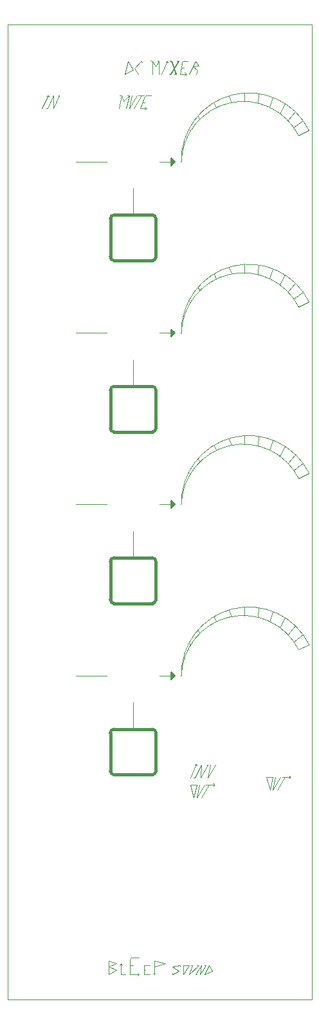
<source format=gto>
G04 #@! TF.GenerationSoftware,KiCad,Pcbnew,(6.0.0)*
G04 #@! TF.CreationDate,2022-07-06T17:44:35+01:00*
G04 #@! TF.ProjectId,Basic-DC-mixer,42617369-632d-4444-932d-6d697865722e,rev?*
G04 #@! TF.SameCoordinates,Original*
G04 #@! TF.FileFunction,Legend,Top*
G04 #@! TF.FilePolarity,Positive*
%FSLAX46Y46*%
G04 Gerber Fmt 4.6, Leading zero omitted, Abs format (unit mm)*
G04 Created by KiCad (PCBNEW (6.0.0)) date 2022-07-06 17:44:35*
%MOMM*%
%LPD*%
G01*
G04 APERTURE LIST*
%ADD10C,0.120000*%
%ADD11C,0.400000*%
%ADD12C,0.150000*%
G04 #@! TA.AperFunction,Profile*
%ADD13C,0.050000*%
G04 #@! TD*
%ADD14C,0.100000*%
%ADD15O,6.700000X4.200000*%
G04 APERTURE END LIST*
D10*
X86900000Y-145300000D02*
X86900000Y-146700000D01*
X88100000Y-146700000D02*
X89300000Y-146700000D01*
X85300000Y-146700000D02*
X86300000Y-146100000D01*
X86300000Y-146100000D02*
X85300000Y-145700000D01*
X86900000Y-146700000D02*
X87500000Y-146700000D01*
X88500000Y-144500000D02*
X89300000Y-144500000D01*
X89900000Y-146700000D02*
X90700000Y-146700000D01*
X91300000Y-144900000D02*
X92700000Y-145300000D01*
X88100000Y-144900000D02*
X88100000Y-146700000D01*
X88100000Y-145500000D02*
X88500000Y-145500000D01*
X89900000Y-145500000D02*
X89900000Y-146700000D01*
X91100000Y-146500000D02*
X91300000Y-146700000D01*
X89900000Y-145500000D02*
X90700000Y-145500000D01*
X91300000Y-146700000D02*
X91300000Y-146500000D01*
X91300000Y-144900000D02*
X91300000Y-146700000D01*
X92700000Y-145300000D02*
X91300000Y-145700000D01*
X89900000Y-146100000D02*
X90100000Y-146100000D01*
X85300000Y-145700000D02*
X86300000Y-145300000D01*
X91300000Y-146700000D02*
X91500000Y-146500000D01*
X85300000Y-144900000D02*
X85300000Y-146700000D01*
X86300000Y-145300000D02*
X85300000Y-144900000D01*
X98100000Y-145500000D02*
X97900000Y-145500000D01*
X93700000Y-146700000D02*
X93700000Y-146500000D01*
X95100000Y-145500000D02*
X95100000Y-146700000D01*
X96300000Y-145500000D02*
X95900000Y-146700000D01*
X95900000Y-146700000D02*
X97100000Y-145500000D01*
X98500000Y-145500000D02*
X97900000Y-146700000D01*
X98500000Y-145500000D02*
X98900000Y-146300000D01*
X94700000Y-145500000D02*
X94700000Y-145700000D01*
X86900000Y-145300000D02*
X86700000Y-145500000D01*
X86900000Y-145300000D02*
X87100000Y-145500000D01*
X97500000Y-145500000D02*
X97300000Y-146700000D01*
X88500000Y-144500000D02*
G75*
G03*
X88100000Y-144900000I-1J-399999D01*
G01*
X94500000Y-146300000D02*
X93700000Y-146700000D01*
X89300000Y-146700000D02*
X89100000Y-146500000D01*
X89300000Y-146700000D02*
X89100000Y-146900000D01*
X93700000Y-145700000D02*
X94500000Y-146300000D01*
X95900000Y-145500000D02*
X95100000Y-145500000D01*
X97300000Y-146700000D02*
X98100000Y-145500000D01*
X97500000Y-145500000D02*
X96700000Y-146700000D01*
X96300000Y-145500000D02*
X96100000Y-145500000D01*
X96700000Y-146700000D02*
X96900000Y-146700000D01*
X97100000Y-145500000D02*
X96900000Y-145500000D01*
X95100000Y-146700000D02*
X95900000Y-145500000D01*
X97900000Y-146700000D02*
X98900000Y-146300000D01*
X94700000Y-145500000D02*
X93700000Y-145700000D01*
X88500000Y-43500000D02*
X88500000Y-47000000D01*
X108100000Y-120800000D02*
X108800000Y-120800000D01*
X106500000Y-122500000D02*
X106000000Y-120800000D01*
X106000000Y-120800000D02*
X106900000Y-120800000D01*
X107200000Y-120800000D02*
X106900000Y-122500000D01*
X106900000Y-122500000D02*
X107900000Y-120800000D01*
X106900000Y-120800000D02*
X106500000Y-122500000D01*
X108500000Y-120800000D02*
X107500000Y-122500000D01*
X77300000Y-31300000D02*
X77100000Y-31400000D01*
X77200000Y-33000000D02*
X78000000Y-31300000D01*
X77200000Y-33000000D02*
X77100000Y-33000000D01*
X78000000Y-31300000D02*
X78000000Y-33000000D01*
X77300000Y-31300000D02*
X77400000Y-31500000D01*
X78000000Y-33000000D02*
X78800000Y-31300000D01*
X76500000Y-33000000D02*
X77300000Y-31300000D01*
X78800000Y-31300000D02*
X78700000Y-31300000D01*
X106455151Y-32854115D02*
X106841985Y-31599148D01*
X110281985Y-104069148D02*
G75*
G03*
X94841985Y-107599148I-7281985J-3680852D01*
G01*
X109200000Y-120800000D02*
X109100000Y-121000000D01*
X103141985Y-99599148D02*
X103141985Y-98499148D01*
X95841985Y-103299148D02*
X96041985Y-103499148D01*
X96900000Y-121800000D02*
X96500000Y-123500000D01*
X81000000Y-107500000D02*
X85000000Y-107500000D01*
X110281985Y-81569148D02*
G75*
G03*
X94841985Y-85099148I-7281985J-3680852D01*
G01*
X103141985Y-32099148D02*
X103141985Y-30999148D01*
X106455151Y-77854115D02*
X106841985Y-76599148D01*
X104941985Y-54799148D02*
X105041985Y-53599148D01*
X98300000Y-119200000D02*
X97425000Y-120900000D01*
X104941985Y-99799148D02*
X105041985Y-98599148D01*
D11*
X85500000Y-47500000D02*
X85500000Y-52500000D01*
D10*
X96500000Y-123500000D02*
X96000000Y-121800000D01*
X88000000Y-33000000D02*
X89000000Y-31300000D01*
X110281985Y-104069148D02*
X111655151Y-103404115D01*
X111655151Y-35904115D02*
G75*
G03*
X94841985Y-40099148I-7949575J-3929148D01*
G01*
X96700000Y-26800000D02*
X95900000Y-28500000D01*
D11*
X91500000Y-47500000D02*
G75*
G03*
X91000000Y-47000000I-500001J-1D01*
G01*
D10*
X87950000Y-31300000D02*
X87250000Y-32050000D01*
X97100000Y-27400000D02*
X96400000Y-27500000D01*
X104941985Y-77299148D02*
X105041985Y-76099148D01*
X96000000Y-121800000D02*
X96900000Y-121800000D01*
D11*
X91500000Y-92500000D02*
G75*
G03*
X91000000Y-92000000I-500001J-1D01*
G01*
X85500000Y-70000000D02*
X85500000Y-75000000D01*
D12*
X94000000Y-62500000D02*
X93500000Y-63000000D01*
X93500000Y-63000000D02*
X93500000Y-62000000D01*
X93500000Y-62000000D02*
X94000000Y-62500000D01*
G36*
X94000000Y-62500000D02*
G01*
X93500000Y-63000000D01*
X93500000Y-62000000D01*
X94000000Y-62500000D01*
G37*
X94000000Y-62500000D02*
X93500000Y-63000000D01*
X93500000Y-62000000D01*
X94000000Y-62500000D01*
D11*
X91500000Y-47500000D02*
X91500000Y-52500000D01*
D10*
X99441985Y-55399148D02*
X99141985Y-54799148D01*
X89550000Y-26800000D02*
X88700000Y-27750000D01*
X93000000Y-26800000D02*
X93100000Y-27000000D01*
D11*
X86000000Y-114500000D02*
G75*
G03*
X85500000Y-115000000I1J-500001D01*
G01*
D10*
X98800000Y-121800000D02*
X99200000Y-121800000D01*
D11*
X86000000Y-69500000D02*
X91000000Y-69500000D01*
D10*
X87950000Y-31300000D02*
X87550000Y-33000000D01*
X88500000Y-88500000D02*
X88500000Y-92000000D01*
D11*
X86000000Y-114500000D02*
X91000000Y-114500000D01*
D10*
X93000000Y-26800000D02*
X92800000Y-26900000D01*
X94000000Y-107500000D02*
X92000000Y-107500000D01*
X87800000Y-26800000D02*
X87400000Y-28500000D01*
X87950000Y-31300000D02*
X87750000Y-31300000D01*
D11*
X85500000Y-52500000D02*
G75*
G03*
X86000000Y-53000000I500001J1D01*
G01*
D10*
X108865151Y-79564115D02*
X109805151Y-78434115D01*
D11*
X91500000Y-70000000D02*
X91500000Y-75000000D01*
D10*
X89550000Y-26800000D02*
X89650000Y-26900000D01*
X91000000Y-26800000D02*
X91000000Y-28500000D01*
X101441985Y-54699148D02*
X101141985Y-53899148D01*
X110281985Y-36569148D02*
G75*
G03*
X94841985Y-40099148I-7281985J-3680852D01*
G01*
X103141985Y-54599148D02*
X103141985Y-53499148D01*
X92200000Y-28500000D02*
X93000000Y-26800000D01*
X87250000Y-32050000D02*
X86950000Y-31300000D01*
X108865151Y-57064115D02*
X109805151Y-55934115D01*
D11*
X91000000Y-98000000D02*
X86000000Y-98000000D01*
D10*
X99441985Y-100399148D02*
X99141985Y-99799148D01*
X107791985Y-56149148D02*
X108475151Y-54874115D01*
X89750000Y-32200000D02*
X90050000Y-32200000D01*
X90250000Y-33000000D02*
X90050000Y-32800000D01*
X81000000Y-40000000D02*
X85000000Y-40000000D01*
D11*
X86000000Y-69500000D02*
G75*
G03*
X85500000Y-70000000I1J-500001D01*
G01*
D10*
X96800000Y-119100000D02*
X96600000Y-119200000D01*
X101441985Y-32199148D02*
X101141985Y-31399148D01*
X90250000Y-33000000D02*
X90050000Y-33200000D01*
X90450000Y-31300000D02*
X90850000Y-31300000D01*
X110281985Y-36569148D02*
X111655151Y-35904115D01*
X101441985Y-99699148D02*
X101141985Y-98899148D01*
D11*
X86000000Y-92000000D02*
X91000000Y-92000000D01*
D10*
X91500000Y-27500000D02*
X91000000Y-26800000D01*
X98500000Y-121800000D02*
X97500000Y-123500000D01*
X97041985Y-101499148D02*
X97241985Y-101899148D01*
D12*
X94000000Y-40000000D02*
X93500000Y-40500000D01*
X93500000Y-40500000D02*
X93500000Y-39500000D01*
X93500000Y-39500000D02*
X94000000Y-40000000D01*
G36*
X94000000Y-40000000D02*
G01*
X93500000Y-40500000D01*
X93500000Y-39500000D01*
X94000000Y-40000000D01*
G37*
X94000000Y-40000000D02*
X93500000Y-40500000D01*
X93500000Y-39500000D01*
X94000000Y-40000000D01*
D10*
X109200000Y-120800000D02*
X109100000Y-120600000D01*
X99200000Y-121800000D02*
X99100000Y-122000000D01*
D11*
X91000000Y-120500000D02*
X86000000Y-120500000D01*
D10*
X111655151Y-103404115D02*
G75*
G03*
X94841985Y-107599148I-7949575J-3929148D01*
G01*
X107791985Y-78649148D02*
X108475151Y-77374115D01*
D11*
X85500000Y-115000000D02*
X85500000Y-120000000D01*
D10*
X94000000Y-40000000D02*
X92000000Y-40000000D01*
D11*
X91000000Y-98000000D02*
G75*
G03*
X91500000Y-97500000I-1J500001D01*
G01*
X86000000Y-92000000D02*
G75*
G03*
X85500000Y-92500000I1J-500001D01*
G01*
D10*
X99200000Y-121800000D02*
X99100000Y-121600000D01*
X97450000Y-119150000D02*
X97425000Y-120900000D01*
D11*
X85500000Y-75000000D02*
G75*
G03*
X86000000Y-75500000I500001J1D01*
G01*
D10*
X97450000Y-119150000D02*
X96600000Y-120900000D01*
X107791985Y-101149148D02*
X108475151Y-99874115D01*
D12*
X94500000Y-26800000D02*
X94300000Y-26800000D01*
D10*
X89950000Y-31650000D02*
X89450000Y-33000000D01*
X88300000Y-31300000D02*
X88000000Y-33000000D01*
D11*
X91000000Y-120500000D02*
G75*
G03*
X91500000Y-120000000I-1J500001D01*
G01*
D10*
X86950000Y-31300000D02*
X86650000Y-33000000D01*
D11*
X85500000Y-97500000D02*
G75*
G03*
X86000000Y-98000000I500001J1D01*
G01*
D10*
X96600000Y-120900000D02*
X96500000Y-120900000D01*
D12*
X93600000Y-26800000D02*
X94200000Y-28500000D01*
D10*
X90450000Y-31300000D02*
G75*
G03*
X89950000Y-31650000I17013J-556447D01*
G01*
X97041985Y-56499148D02*
X97241985Y-56899148D01*
X81000000Y-85000000D02*
X85000000Y-85000000D01*
X106455151Y-100354115D02*
X106841985Y-99099148D01*
D12*
X94000000Y-85000000D02*
X93500000Y-85500000D01*
X93500000Y-85500000D02*
X93500000Y-84500000D01*
X93500000Y-84500000D02*
X94000000Y-85000000D01*
G36*
X94000000Y-85000000D02*
G01*
X93500000Y-85500000D01*
X93500000Y-84500000D01*
X94000000Y-85000000D01*
G37*
X94000000Y-85000000D02*
X93500000Y-85500000D01*
X93500000Y-84500000D01*
X94000000Y-85000000D01*
D10*
X111655151Y-80904115D02*
G75*
G03*
X94841985Y-85099148I-7949575J-3929148D01*
G01*
X94900000Y-27200000D02*
X94700000Y-28500000D01*
X107791985Y-33649148D02*
X108475151Y-32374115D01*
X96000000Y-120900000D02*
X96800000Y-119100000D01*
D11*
X86000000Y-47000000D02*
G75*
G03*
X85500000Y-47500000I1J-500001D01*
G01*
D10*
X97041985Y-78999148D02*
X97241985Y-79399148D01*
X108865151Y-102064115D02*
X109805151Y-100934115D01*
D11*
X85500000Y-120000000D02*
G75*
G03*
X86000000Y-120500000I500001J1D01*
G01*
D10*
X98100000Y-121800000D02*
X98800000Y-121800000D01*
X89200000Y-31300000D02*
X89900000Y-31300000D01*
D11*
X91500000Y-70000000D02*
G75*
G03*
X91000000Y-69500000I-500001J-1D01*
G01*
D10*
X96400000Y-27500000D02*
X97000000Y-28000000D01*
X89200000Y-28500000D02*
X89300000Y-28400000D01*
X94900000Y-27700000D02*
X95200000Y-27700000D01*
X109625151Y-35494115D02*
X110841985Y-34599148D01*
X96900000Y-123500000D02*
X97900000Y-121800000D01*
X106455151Y-55354115D02*
X106841985Y-54099148D01*
X101441985Y-77199148D02*
X101141985Y-76399148D01*
X95841985Y-58299148D02*
X96041985Y-58499148D01*
X94000000Y-85000000D02*
X92000000Y-85000000D01*
D11*
X85500000Y-92500000D02*
X85500000Y-97500000D01*
D10*
X95300000Y-26800000D02*
G75*
G03*
X94900000Y-27200000I-1J-399999D01*
G01*
X88500000Y-66000000D02*
X88500000Y-69500000D01*
X94000000Y-62500000D02*
X92000000Y-62500000D01*
X91900000Y-26800000D02*
X91500000Y-27500000D01*
X91000000Y-26800000D02*
X90800000Y-26700000D01*
X81000000Y-62500000D02*
X85000000Y-62500000D01*
D12*
X93600000Y-26800000D02*
X93400000Y-26800000D01*
D10*
X104941985Y-32299148D02*
X105041985Y-31099148D01*
X95300000Y-26800000D02*
X95700000Y-26800000D01*
D12*
X94000000Y-107500000D02*
X93500000Y-108000000D01*
X93500000Y-108000000D02*
X93500000Y-107000000D01*
X93500000Y-107000000D02*
X94000000Y-107500000D01*
G36*
X94000000Y-107500000D02*
G01*
X93500000Y-108000000D01*
X93500000Y-107000000D01*
X94000000Y-107500000D01*
G37*
X94000000Y-107500000D02*
X93500000Y-108000000D01*
X93500000Y-107000000D01*
X94000000Y-107500000D01*
D10*
X109625151Y-80494115D02*
X110841985Y-79599148D01*
X108800000Y-120800000D02*
X109200000Y-120800000D01*
X99441985Y-77899148D02*
X99141985Y-77299148D01*
X98650000Y-119150000D02*
X98350000Y-120850000D01*
X110281985Y-59069148D02*
G75*
G03*
X94841985Y-62599148I-7281985J-3680852D01*
G01*
D11*
X91000000Y-75500000D02*
X86000000Y-75500000D01*
D10*
X95500000Y-28500000D02*
X95300000Y-28700000D01*
X91900000Y-26800000D02*
X91900000Y-28500000D01*
X110281985Y-59069148D02*
X111655151Y-58404115D01*
D11*
X86000000Y-47000000D02*
X91000000Y-47000000D01*
D10*
X108865151Y-34564115D02*
X109805151Y-33434115D01*
D11*
X91500000Y-115000000D02*
X91500000Y-120000000D01*
D10*
X86950000Y-31300000D02*
X86750000Y-31300000D01*
D12*
X94200000Y-28500000D02*
X94000000Y-28500000D01*
D11*
X91500000Y-115000000D02*
G75*
G03*
X91000000Y-114500000I-500001J-1D01*
G01*
X91000000Y-75500000D02*
G75*
G03*
X91500000Y-75000000I-1J500001D01*
G01*
D10*
X98350000Y-120850000D02*
X99350000Y-119150000D01*
X109625151Y-57994115D02*
X110841985Y-57099148D01*
D12*
X93500000Y-28500000D02*
X94500000Y-26800000D01*
D10*
X88500000Y-27900000D02*
X87800000Y-26800000D01*
X97200000Y-121800000D02*
X96900000Y-123500000D01*
D11*
X91000000Y-53000000D02*
G75*
G03*
X91500000Y-52500000I-1J500001D01*
G01*
D10*
X109625151Y-102994115D02*
X110841985Y-102099148D01*
X94700000Y-28500000D02*
X95400000Y-28500000D01*
X88700000Y-27750000D02*
X89200000Y-28500000D01*
X111655151Y-58404115D02*
G75*
G03*
X94841985Y-62599148I-7949575J-3929148D01*
G01*
X97000000Y-28000000D02*
X96800000Y-28500000D01*
X87400000Y-28500000D02*
X88500000Y-27900000D01*
X96700000Y-26800000D02*
X97100000Y-27400000D01*
X98300000Y-119200000D02*
X98200000Y-119200000D01*
X95841985Y-35799148D02*
X96041985Y-35999148D01*
X95841985Y-80799148D02*
X96041985Y-80999148D01*
X110281985Y-81569148D02*
X111655151Y-80904115D01*
X88500000Y-111000000D02*
X88500000Y-114500000D01*
X89450000Y-33000000D02*
X90150000Y-33000000D01*
X97041985Y-33999148D02*
X97241985Y-34399148D01*
D11*
X91500000Y-92500000D02*
X91500000Y-97500000D01*
X91000000Y-53000000D02*
X86000000Y-53000000D01*
D10*
X96800000Y-119100000D02*
X96900000Y-119300000D01*
X95500000Y-28500000D02*
X95300000Y-28300000D01*
D12*
X93500000Y-28500000D02*
X93300000Y-28500000D01*
D10*
X99441985Y-32899148D02*
X99141985Y-32299148D01*
X89600000Y-31300000D02*
X88600000Y-33000000D01*
X103141985Y-77099148D02*
X103141985Y-75999148D01*
X91900000Y-26800000D02*
X91700000Y-26700000D01*
D13*
X72000000Y-22000000D02*
X72000000Y-150000000D01*
X72000000Y-22000000D02*
X112000000Y-22000000D01*
X112000000Y-22000000D02*
X112000000Y-150000000D01*
X112000000Y-150000000D02*
X72000000Y-150000000D01*
%LPC*%
D14*
X91000000Y-52500000D02*
X86000000Y-52500000D01*
X86000000Y-52500000D02*
X86000000Y-47500000D01*
X86000000Y-47500000D02*
X91000000Y-47500000D01*
X91000000Y-47500000D02*
X91000000Y-52500000D01*
G36*
X91000000Y-52500000D02*
G01*
X86000000Y-52500000D01*
X86000000Y-47500000D01*
X91000000Y-47500000D01*
X91000000Y-52500000D01*
G37*
X91000000Y-52500000D02*
X86000000Y-52500000D01*
X86000000Y-47500000D01*
X91000000Y-47500000D01*
X91000000Y-52500000D01*
X91000000Y-120000000D02*
X86000000Y-120000000D01*
X86000000Y-120000000D02*
X86000000Y-115000000D01*
X86000000Y-115000000D02*
X91000000Y-115000000D01*
X91000000Y-115000000D02*
X91000000Y-120000000D01*
G36*
X91000000Y-120000000D02*
G01*
X86000000Y-120000000D01*
X86000000Y-115000000D01*
X91000000Y-115000000D01*
X91000000Y-120000000D01*
G37*
X91000000Y-120000000D02*
X86000000Y-120000000D01*
X86000000Y-115000000D01*
X91000000Y-115000000D01*
X91000000Y-120000000D01*
X91000000Y-97500000D02*
X86000000Y-97500000D01*
X86000000Y-97500000D02*
X86000000Y-92500000D01*
X86000000Y-92500000D02*
X91000000Y-92500000D01*
X91000000Y-92500000D02*
X91000000Y-97500000D01*
G36*
X91000000Y-97500000D02*
G01*
X86000000Y-97500000D01*
X86000000Y-92500000D01*
X91000000Y-92500000D01*
X91000000Y-97500000D01*
G37*
X91000000Y-97500000D02*
X86000000Y-97500000D01*
X86000000Y-92500000D01*
X91000000Y-92500000D01*
X91000000Y-97500000D01*
X91000000Y-75000000D02*
X86000000Y-75000000D01*
X86000000Y-75000000D02*
X86000000Y-70000000D01*
X86000000Y-70000000D02*
X91000000Y-70000000D01*
X91000000Y-70000000D02*
X91000000Y-75000000D01*
G36*
X91000000Y-75000000D02*
G01*
X86000000Y-75000000D01*
X86000000Y-70000000D01*
X91000000Y-70000000D01*
X91000000Y-75000000D01*
G37*
X91000000Y-75000000D02*
X86000000Y-75000000D01*
X86000000Y-70000000D01*
X91000000Y-70000000D01*
X91000000Y-75000000D01*
D15*
X79500000Y-147000000D03*
X79500000Y-25000000D03*
X104500000Y-147000000D03*
X104500000Y-25000000D03*
M02*

</source>
